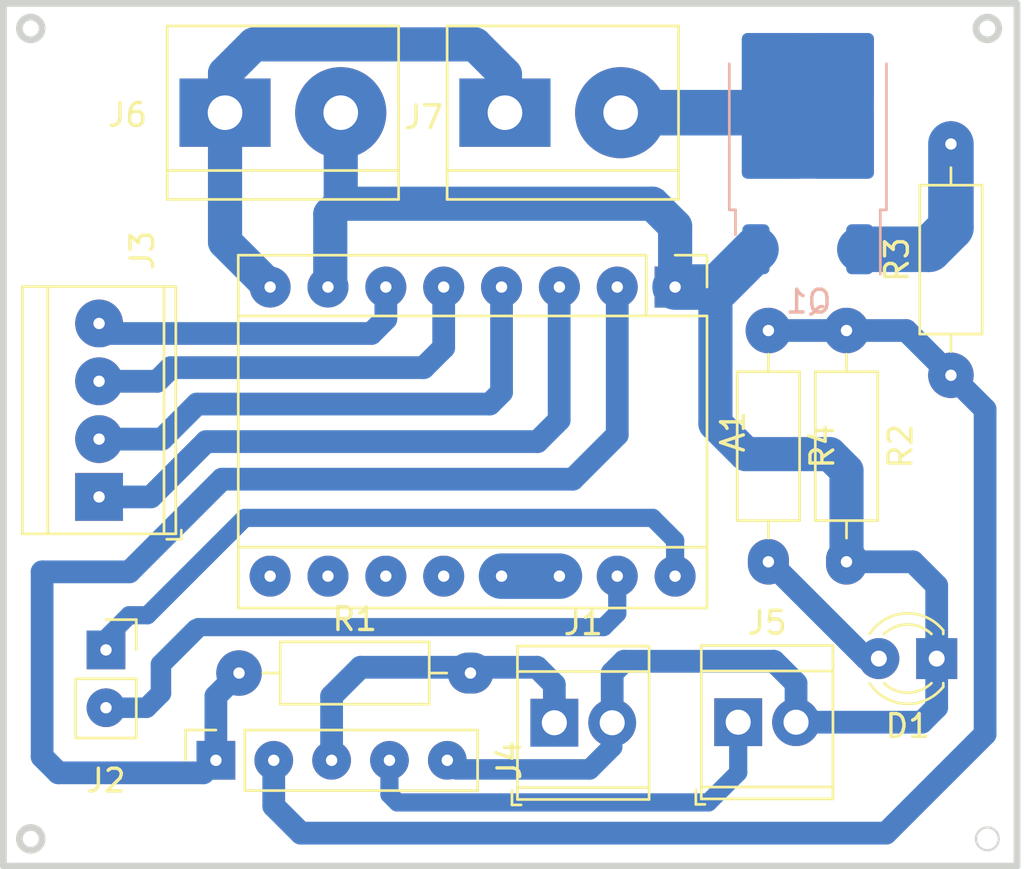
<source format=kicad_pcb>
(kicad_pcb (version 20240108) (generator "pcbnew") (generator_version "8.0")
  (layers (0 "F.Cu" signal) (31 "B.Cu" signal) (34 "B.Paste" user) (35 "F.Paste" user) (36 "B.SilkS" user "B.Silkscreen") (37 "F.SilkS" user "F.Silkscreen") (38 "B.Mask" user) (39 "F.Mask" user) (44 "Edge.Cuts" user))
  (net 0 "")
  (net 1 "GND")
  (net 2 "+5V")
  (net 3 "Net-(A1-1B)")
  (net 4 "Net-(A1-1A)")
  (net 5 "Net-(A1-2A)")
  (net 6 "Net-(A1-2B)")
  (net 7 "Net-(A1-VMOT)")
  (net 12 "Net-(A1-~{RESET})")
  (net 13 "Net-(A1-STEP)")
  (net 14 "Net-(A1-DIR)")
  (net 15 "Net-(D1-A)")
  (net 16 "Net-(J4-Pin_3)")
  (net 17 "Net-(J4-Pin_2)")
  (net 18 "Net-(J4-Pin_4)")
  (net 19 "Net-(J7-Pin_2)")
  (net 20 "Net-(Q1-G)")
  (footprint "TerminalBlock:TerminalBlock_bornier-2_P5.08mm" (layer "F.Cu") (at 41.52 22.5)
    (property "Reference" "J7" (at -3.57 0.2 0) (layer "F.SilkS"))
    (property "Value" "Heater")
    (fp_line (start -2.54 -3.81) (end -2.54 3.81) (stroke (width 0.12)) (layer "F.SilkS"))
    (fp_line (start -2.54 3.81) (end 7.62 3.81) (stroke (width 0.12)) (layer "F.SilkS"))
    (fp_line (start 7.62 -3.81) (end -2.54 -3.81) (stroke (width 0.12)) (layer "F.SilkS"))
    (fp_line (start 7.62 2.54) (end -2.54 2.54) (stroke (width 0.12)) (layer "F.SilkS"))
    (fp_line (start 7.62 3.81) (end 7.62 -3.81) (stroke (width 0.12)) (layer "F.SilkS"))
    (pad "1" thru_hole rect (at 0 0) (size 4 3) (drill 1.52) (layers "*.Cu" "*.Mask") (net 7 "Net-(A1-VMOT)"))
    (pad "2" thru_hole circle (at 5.08 0) (size 4 3) (drill 1.52) (layers "*.Cu" "*.Mask") (net 19 "Net-(J7-Pin_2)"))
  )
  (footprint "LED_THT:LED_D3.0mm" (layer "F.Cu") (at 60.475 46.482 180)
    (property "Reference" "D1" (at 1.27 -2.96 0) (layer "F.SilkS"))
    (property "Value" "LED")
    (fp_line (start -0.29 1.08) (end -0.29 1.236) (stroke (width 0.12)) (layer "F.SilkS"))
    (fp_line (start -0.29 -1.236) (end -0.29 -1.08) (stroke (width 0.12)) (layer "F.SilkS"))
    (fp_arc (start 2.942335 1.078608) (mid 1.366487 1.987659) (end -0.29 1.235516) (stroke (width 0.12)) (layer "F.SilkS"))
    (fp_arc (start 2.31113 1.079837) (mid 1.270117 1.5) (end 0.229039 1.08) (stroke (width 0.12)) (layer "F.SilkS"))
    (fp_arc (start 0.229039 -1.08) (mid 1.270117 -1.5) (end 2.31113 -1.079837) (stroke (width 0.12)) (layer "F.SilkS"))
    (fp_arc (start -0.29 -1.235516) (mid 1.366487 -1.987659) (end 2.942335 -1.078608) (stroke (width 0.12)) (layer "F.SilkS"))
    (pad "1" thru_hole rect (at 0 0 180) (size 1.8 1.8) (drill 0.7) (layers "*.Cu" "*.Mask") (net 1 "GND"))
    (pad "2" thru_hole circle (at 2.54 0 180) (size 1.8 1.8) (drill 0.7) (layers "*.Cu" "*.Mask") (net 15 "Net-(D1-A)"))
  )
  (footprint "TerminalBlock_TE-Connectivity:TerminalBlock_TE_282834-4_1x04_P2.54mm_Horizontal" (layer "F.Cu") (at 23.7 39.38 90)
    (property "Reference" "J3" (at 10.83 1.9 90) (layer "F.SilkS"))
    (property "Value" "SM1")
    (fp_line (start 9.241 -3.37) (end 9.241 3.37) (stroke (width 0.12)) (layer "F.SilkS"))
    (fp_line (start -1.62 -3.37) (end 9.241 -3.37) (stroke (width 0.12)) (layer "F.SilkS"))
    (fp_line (start -1.62 -3.37) (end -1.62 3.37) (stroke (width 0.12)) (layer "F.SilkS"))
    (fp_line (start -1.62 -2.25) (end 9.241 -2.25) (stroke (width 0.12)) (layer "F.SilkS"))
    (fp_line (start -1.62 2.85) (end 9.241 2.85) (stroke (width 0.12)) (layer "F.SilkS"))
    (fp_line (start -1.86 2.97) (end -1.86 3.61) (stroke (width 0.12)) (layer "F.SilkS"))
    (fp_line (start -1.62 3.37) (end 9.241 3.37) (stroke (width 0.12)) (layer "F.SilkS"))
    (fp_line (start -1.86 3.61) (end -1.46 3.61) (stroke (width 0.12)) (layer "F.SilkS"))
    (pad "1" thru_hole rect (at 0 0 90) (size 2.1 2.1) (drill 0.5) (layers "*.Cu" "*.Mask") (net 3 "Net-(A1-1B)"))
    (pad "2" thru_hole circle (at 2.54 0 90) (size 2.1 2.1) (drill 0.5) (layers "*.Cu" "*.Mask") (net 4 "Net-(A1-1A)"))
    (pad "3" thru_hole circle (at 5.08 0 90) (size 2.1 2.1) (drill 0.5) (layers "*.Cu" "*.Mask") (net 5 "Net-(A1-2A)"))
    (pad "4" thru_hole circle (at 7.62 0 90) (size 2.1 2.1) (drill 0.5) (layers "*.Cu" "*.Mask") (net 6 "Net-(A1-2B)"))
  )
  (footprint "TerminalBlock_TE-Connectivity:TerminalBlock_TE_282834-2_1x02_P2.54mm_Horizontal" (layer "F.Cu") (at 43.688 49.3)
    (property "Reference" "J1" (at 1.27 -4.37 0) (layer "F.SilkS"))
    (property "Value" "NTC")
    (fp_line (start -1.86 2.97) (end -1.86 3.61) (stroke (width 0.12)) (layer "F.SilkS"))
    (fp_line (start -1.86 3.61) (end -1.46 3.61) (stroke (width 0.12)) (layer "F.SilkS"))
    (fp_line (start -1.62 -3.37) (end -1.62 3.37) (stroke (width 0.12)) (layer "F.SilkS"))
    (fp_line (start -1.62 -3.37) (end 4.16 -3.37) (stroke (width 0.12)) (layer "F.SilkS"))
    (fp_line (start -1.62 -2.25) (end 4.16 -2.25) (stroke (width 0.12)) (layer "F.SilkS"))
    (fp_line (start -1.62 2.85) (end 4.16 2.85) (stroke (width 0.12)) (layer "F.SilkS"))
    (fp_line (start -1.62 3.37) (end 4.16 3.37) (stroke (width 0.12)) (layer "F.SilkS"))
    (fp_line (start 4.16 -3.37) (end 4.16 3.37) (stroke (width 0.12)) (layer "F.SilkS"))
    (pad "1" thru_hole rect (at 0 0) (size 2.1 2.1) (drill 1.1) (layers "*.Cu" "*.Mask") (net 16 "Net-(J4-Pin_3)"))
    (pad "2" thru_hole circle (at 2.54 0) (size 2.1 2.1) (drill 1.1) (layers "*.Cu" "*.Mask") (net 1 "GND"))
  )
  (footprint "Connector_PinSocket_2.54mm:PinSocket_1x05_P2.54mm_Vertical" (layer "F.Cu") (at 28.829 50.95 90)
    (property "Reference" "J4" (at 0 12.88 90) (layer "F.SilkS"))
    (property "Value" "LCD KeyPad")
    (fp_line (start 1.33 -1.33) (end 1.33 0) (stroke (width 0.12)) (layer "F.SilkS"))
    (fp_line (start 0 -1.33) (end 1.33 -1.33) (stroke (width 0.12)) (layer "F.SilkS"))
    (fp_line (start 1.33 1.27) (end 1.33 11.49) (stroke (width 0.12)) (layer "F.SilkS"))
    (fp_line (start -1.33 1.27) (end 1.33 1.27) (stroke (width 0.12)) (layer "F.SilkS"))
    (fp_line (start -1.33 1.27) (end -1.33 11.49) (stroke (width 0.12)) (layer "F.SilkS"))
    (fp_line (start -1.33 11.49) (end 1.33 11.49) (stroke (width 0.12)) (layer "F.SilkS"))
    (pad "1" thru_hole rect (at 0 0 90) (size 1.7 1.7) (drill 0.5) (layers "*.Cu" "*.Mask") (net 2 "+5V"))
    (pad "2" thru_hole oval (at 0 2.54 90) (size 1.7 1.7) (drill 0.5) (layers "*.Cu" "*.Mask") (net 17 "Net-(J4-Pin_2)"))
    (pad "3" thru_hole oval (at 0 5.08 90) (size 1.7 1.7) (drill 0.5) (layers "*.Cu" "*.Mask") (net 16 "Net-(J4-Pin_3)"))
    (pad "4" thru_hole oval (at 0 7.62 90) (size 1.7 1.7) (drill 0.5) (layers "*.Cu" "*.Mask") (net 18 "Net-(J4-Pin_4)"))
    (pad "5" thru_hole oval (at 0 10.16 90) (size 1.7 1.7) (drill 0.5) (layers "*.Cu" "*.Mask") (net 1 "GND"))
  )
  (footprint "TerminalBlock_TE-Connectivity:TerminalBlock_TE_282834-2_1x02_P2.54mm_Horizontal" (layer "F.Cu") (at 51.76 49.276)
    (property "Reference" "J5" (at 1.27 -4.37 0) (layer "F.SilkS"))
    (property "Value" "ES1")
    (fp_line (start -1.86 2.97) (end -1.86 3.61) (stroke (width 0.12)) (layer "F.SilkS"))
    (fp_line (start -1.86 3.61) (end -1.46 3.61) (stroke (width 0.12)) (layer "F.SilkS"))
    (fp_line (start -1.62 -3.37) (end -1.62 3.37) (stroke (width 0.12)) (layer "F.SilkS"))
    (fp_line (start -1.62 -3.37) (end 4.16 -3.37) (stroke (width 0.12)) (layer "F.SilkS"))
    (fp_line (start -1.62 -2.25) (end 4.16 -2.25) (stroke (width 0.12)) (layer "F.SilkS"))
    (fp_line (start -1.62 2.85) (end 4.16 2.85) (stroke (width 0.12)) (layer "F.SilkS"))
    (fp_line (start -1.62 3.37) (end 4.16 3.37) (stroke (width 0.12)) (layer "F.SilkS"))
    (fp_line (start 4.16 -3.37) (end 4.16 3.37) (stroke (width 0.12)) (layer "F.SilkS"))
    (pad "1" thru_hole rect (at 0 0) (size 2.1 2.1) (drill 1.1) (layers "*.Cu" "*.Mask") (net 18 "Net-(J4-Pin_4)"))
    (pad "2" thru_hole circle (at 2.54 0) (size 2.1 2.1) (drill 1.1) (layers "*.Cu" "*.Mask") (net 1 "GND"))
  )
  (footprint "Resistor_THT:R_Axial_DIN0207_L6.3mm_D2.5mm_P10.16mm_Horizontal" (layer "F.Cu") (at 56.515 32.07 -90)
    (property "Reference" "R2" (at 5.08 -2.37 90) (layer "F.SilkS"))
    (property "Value" "10K")
    (fp_line (start 1.81 1.37) (end 8.35 1.37) (stroke (width 0.12)) (layer "F.SilkS"))
    (fp_line (start 8.35 1.37) (end 8.35 -1.37) (stroke (width 0.12)) (layer "F.SilkS"))
    (fp_line (start 1.04 0) (end 1.81 0) (stroke (width 0.12)) (layer "F.SilkS"))
    (fp_line (start 9.12 0) (end 8.35 0) (stroke (width 0.12)) (layer "F.SilkS"))
    (fp_line (start 1.81 -1.37) (end 1.81 1.37) (stroke (width 0.12)) (layer "F.SilkS"))
    (fp_line (start 8.35 -1.37) (end 1.81 -1.37) (stroke (width 0.12)) (layer "F.SilkS"))
    (pad "1" thru_hole circle (at 0 0 270) (size 2 1.6) (drill 0.5) (layers "*.Cu" "*.Mask") (net 17 "Net-(J4-Pin_2)"))
    (pad "2" thru_hole oval (at 10.16 0 270) (size 2 1.8) (drill 0.5) (layers "*.Cu" "*.Mask") (net 1 "GND"))
  )
  (footprint "Resistor_THT:R_Axial_DIN0207_L6.3mm_D2.5mm_P10.16mm_Horizontal" (layer "F.Cu") (at 61.1 34.036 90)
    (property "Reference" "R3" (at 5.08 -2.37 90) (layer "F.SilkS"))
    (property "Value" "220 Om")
    (fp_line (start 8.35 -1.37) (end 1.81 -1.37) (stroke (width 0.12)) (layer "F.SilkS"))
    (fp_line (start 1.81 -1.37) (end 1.81 1.37) (stroke (width 0.12)) (layer "F.SilkS"))
    (fp_line (start 9.12 0) (end 8.35 0) (stroke (width 0.12)) (layer "F.SilkS"))
    (fp_line (start 1.04 0) (end 1.81 0) (stroke (width 0.12)) (layer "F.SilkS"))
    (fp_line (start 8.35 1.37) (end 8.35 -1.37) (stroke (width 0.12)) (layer "F.SilkS"))
    (fp_line (start 1.81 1.37) (end 8.35 1.37) (stroke (width 0.12)) (layer "F.SilkS"))
    (pad "1" thru_hole circle (at 0 0 90) (size 2 1.6) (drill 0.5) (layers "*.Cu" "*.Mask") (net 17 "Net-(J4-Pin_2)"))
    (pad "2" thru_hole oval (at 10.16 0 90) (size 2 1.8) (drill 0.5) (layers "*.Cu" "*.Mask") (net 20 "Net-(Q1-G)"))
  )
  (footprint "Connector_PinSocket_2.54mm:PinSocket_1x02_P2.54mm_Vertical" (layer "F.Cu") (at 24.003 46.101)
    (property "Reference" "J2" (at 0 5.74 0) (layer "F.SilkS"))
    (property "Value" "MotoDrv")
    (fp_line (start -1.33 1.27) (end -1.33 3.87) (stroke (width 0.12)) (layer "F.SilkS"))
    (fp_line (start -1.33 1.27) (end 1.33 1.27) (stroke (width 0.12)) (layer "F.SilkS"))
    (fp_line (start -1.33 3.87) (end 1.33 3.87) (stroke (width 0.12)) (layer "F.SilkS"))
    (fp_line (start 0 -1.33) (end 1.33 -1.33) (stroke (width 0.12)) (layer "F.SilkS"))
    (fp_line (start 1.33 -1.33) (end 1.33 0) (stroke (width 0.12)) (layer "F.SilkS"))
    (fp_line (start 1.33 1.27) (end 1.33 3.87) (stroke (width 0.12)) (layer "F.SilkS"))
    (pad "1" thru_hole rect (at 0 0) (size 1.7 1.7) (drill 0.5) (layers "*.Cu" "*.Mask") (net 14 "Net-(A1-DIR)"))
    (pad "2" thru_hole oval (at 0 2.54) (size 1.7 1.7) (drill 0.5) (layers "*.Cu" "*.Mask") (net 13 "Net-(A1-STEP)"))
  )
  (footprint "Resistor_THT:R_Axial_DIN0207_L6.3mm_D2.5mm_P10.16mm_Horizontal" (layer "F.Cu") (at 53.086 32.07 -90)
    (property "Reference" "R4" (at 5.08 -2.37 90) (layer "F.SilkS"))
    (property "Value" "1K")
    (fp_line (start 1.81 1.37) (end 8.35 1.37) (stroke (width 0.12)) (layer "F.SilkS"))
    (fp_line (start 8.35 1.37) (end 8.35 -1.37) (stroke (width 0.12)) (layer "F.SilkS"))
    (fp_line (start 1.04 0) (end 1.81 0) (stroke (width 0.12)) (layer "F.SilkS"))
    (fp_line (start 9.12 0) (end 8.35 0) (stroke (width 0.12)) (layer "F.SilkS"))
    (fp_line (start 1.81 -1.37) (end 1.81 1.37) (stroke (width 0.12)) (layer "F.SilkS"))
    (fp_line (start 8.35 -1.37) (end 1.81 -1.37) (stroke (width 0.12)) (layer "F.SilkS"))
    (pad "1" thru_hole circle (at 0 0 270) (size 2 1.6) (drill 0.5) (layers "*.Cu" "*.Mask") (net 17 "Net-(J4-Pin_2)"))
    (pad "2" thru_hole oval (at 10.16 0 270) (size 2 1.8) (drill 0.5) (layers "*.Cu" "*.Mask") (net 15 "Net-(D1-A)"))
  )
  (footprint "Resistor_THT:R_Axial_DIN0207_L6.3mm_D2.5mm_P10.16mm_Horizontal" (layer "F.Cu") (at 29.845 47.117)
    (property "Reference" "R1" (at 5.08 -2.37 0) (layer "F.SilkS"))
    (property "Value" "101K")
    (fp_line (start 1.04 0) (end 1.81 0) (stroke (width 0.12)) (layer "F.SilkS"))
    (fp_line (start 1.81 -1.37) (end 1.81 1.37) (stroke (width 0.12)) (layer "F.SilkS"))
    (fp_line (start 1.81 1.37) (end 8.35 1.37) (stroke (width 0.12)) (layer "F.SilkS"))
    (fp_line (start 8.35 -1.37) (end 1.81 -1.37) (stroke (width 0.12)) (layer "F.SilkS"))
    (fp_line (start 8.35 1.37) (end 8.35 -1.37) (stroke (width 0.12)) (layer "F.SilkS"))
    (fp_line (start 9.12 0) (end 8.35 0) (stroke (width 0.12)) (layer "F.SilkS"))
    (pad "1" thru_hole circle (at 0 0) (size 2 1.6) (drill 0.5) (layers "*.Cu" "*.Mask") (net 2 "+5V"))
    (pad "2" thru_hole oval (at 10.16 0) (size 2 1.8) (drill 0.5) (layers "*.Cu" "*.Mask") (net 16 "Net-(J4-Pin_3)"))
  )
  (footprint "TerminalBlock:TerminalBlock_bornier-2_P5.08mm" (layer "F.Cu") (at 29.23 22.5)
    (property "Reference" "J6" (at -4.28 0.1 0) (layer "F.SilkS"))
    (property "Value" "DC12V")
    (fp_line (start -2.54 -3.81) (end -2.54 3.81) (stroke (width 0.12)) (layer "F.SilkS"))
    (fp_line (start -2.54 3.81) (end 7.62 3.81) (stroke (width 0.12)) (layer "F.SilkS"))
    (fp_line (start 7.62 -3.81) (end -2.54 -3.81) (stroke (width 0.12)) (layer "F.SilkS"))
    (fp_line (start 7.62 2.54) (end -2.54 2.54) (stroke (width 0.12)) (layer "F.SilkS"))
    (fp_line (start 7.62 3.81) (end 7.62 -3.81) (stroke (width 0.12)) (layer "F.SilkS"))
    (pad "1" thru_hole rect (at 0 0) (size 4 3) (drill 1.52) (layers "*.Cu" "*.Mask") (net 7 "Net-(A1-VMOT)"))
    (pad "2" thru_hole circle (at 5.08 0) (size 4 3) (drill 1.52) (layers "*.Cu" "*.Mask") (net 1 "GND"))
  )
  (footprint "Module:Pololu_Breakout-16_15.2x20.3mm" (layer "F.Cu") (at 48.99 30.16 -90)
    (property "Reference" "A1" (at 6.35 -2.54 90) (layer "F.SilkS"))
    (property "Value" "A4988")
    (fp_line (start -1.4 19.18) (end 14.1 19.18) (stroke (width 0.12)) (layer "F.SilkS"))
    (fp_line (start 14.1 19.18) (end 14.1 -1.4) (stroke (width 0.12)) (layer "F.SilkS"))
    (fp_line (start -1.4 1.27) (end -1.4 19.18) (stroke (width 0.12)) (layer "F.SilkS"))
    (fp_line (start 1.27 1.27) (end 1.27 19.18) (stroke (width 0.12)) (layer "F.SilkS"))
    (fp_line (start 1.27 1.27) (end -1.4 1.27) (stroke (width 0.12)) (layer "F.SilkS"))
    (fp_line (start -1.4 -1.4) (end -1.4 0) (stroke (width 0.12)) (layer "F.SilkS"))
    (fp_line (start 0 -1.4) (end -1.4 -1.4) (stroke (width 0.12)) (layer "F.SilkS"))
    (fp_line (start 1.27 -1.4) (end 1.27 1.27) (stroke (width 0.12)) (layer "F.SilkS"))
    (fp_line (start 11.43 -1.4) (end 11.43 19.18) (stroke (width 0.12)) (layer "F.SilkS"))
    (fp_line (start 14.1 -1.4) (end 1.27 -1.4) (stroke (width 0.12)) (layer "F.SilkS"))
    (pad "1" thru_hole rect (at 0 0 270) (size 1.8 1.8) (drill 0.5) (layers "*.Cu" "*.Mask") (net 1 "GND"))
    (pad "2" thru_hole oval (at 0 2.54 270) (size 1.8 1.8) (drill 0.5) (layers "*.Cu" "*.Mask") (net 2 "+5V"))
    (pad "3" thru_hole oval (at 0 5.08 270) (size 1.8 1.8) (drill 0.5) (layers "*.Cu" "*.Mask") (net 3 "Net-(A1-1B)"))
    (pad "4" thru_hole oval (at 0 7.62 270) (size 1.8 1.8) (drill 0.5) (layers "*.Cu" "*.Mask") (net 4 "Net-(A1-1A)"))
    (pad "5" thru_hole oval (at 0 10.16 270) (size 1.8 1.8) (drill 0.5) (layers "*.Cu" "*.Mask") (net 5 "Net-(A1-2A)"))
    (pad "6" thru_hole oval (at 0 12.7 270) (size 1.8 1.8) (drill 0.5) (layers "*.Cu" "*.Mask") (net 6 "Net-(A1-2B)"))
    (pad "7" thru_hole oval (at 0 15.24 270) (size 1.8 1.8) (drill 0.5) (layers "*.Cu" "*.Mask") (net 1 "GND"))
    (pad "8" thru_hole oval (at 0 17.78 270) (size 1.8 1.8) (drill 0.5) (layers "*.Cu" "*.Mask") (net 7 "Net-(A1-VMOT)"))
    (pad "9" thru_hole oval (at 12.7 17.78 270) (size 1.8 1.8) (drill 0.5) (layers "*.Cu" "*.Mask"))
    (pad "10" thru_hole oval (at 12.7 15.24 270) (size 1.8 1.8) (drill 0.5) (layers "*.Cu" "*.Mask"))
    (pad "11" thru_hole oval (at 12.7 12.7 270) (size 1.8 1.8) (drill 0.5) (layers "*.Cu" "*.Mask"))
    (pad "12" thru_hole oval (at 12.7 10.16 270) (size 1.8 1.8) (drill 0.5) (layers "*.Cu" "*.Mask"))
    (pad "13" thru_hole oval (at 12.7 7.62 270) (size 1.8 1.8) (drill 0.5) (layers "*.Cu" "*.Mask") (net 12 "Net-(A1-~{RESET})"))
    (pad "14" thru_hole oval (at 12.7 5.08 270) (size 1.8 1.8) (drill 0.5) (layers "*.Cu" "*.Mask") (net 12 "Net-(A1-~{RESET})"))
    (pad "15" thru_hole oval (at 12.7 2.54 270) (size 1.8 1.8) (drill 0.5) (layers "*.Cu" "*.Mask") (net 13 "Net-(A1-STEP)"))
    (pad "16" thru_hole oval (at 12.7 0 270) (size 1.8 1.8) (drill 0.5) (layers "*.Cu" "*.Mask") (net 14 "Net-(A1-DIR)"))
  )
  (footprint "Package_TO_SOT_SMD:TO-252-2" (layer "B.Cu") (at 54.82 23.46 90)
    (property "Reference" "Q1" (at -7.34 0.03 0) (layer "B.SilkS") (effects (justify mirror)))
    (property "Value" "IRLR2905")
    (fp_line (start 3.11 -3.45) (end -3.31 -3.45) (stroke (width 0.12)) (layer "B.SilkS"))
    (fp_line (start -3.31 -3.45) (end -3.31 -3.18) (stroke (width 0.12)) (layer "B.SilkS"))
    (fp_line (start -3.31 -3.18) (end -4.41 -3.18) (stroke (width 0.12)) (layer "B.SilkS"))
    (fp_line (start -3.31 3.18) (end -6.14 3.18) (stroke (width 0.12)) (layer "B.SilkS"))
    (fp_line (start 3.11 3.45) (end -3.31 3.45) (stroke (width 0.12)) (layer "B.SilkS"))
    (fp_line (start -3.31 3.45) (end -3.31 3.18) (stroke (width 0.12)) (layer "B.SilkS"))
    (pad "1" smd roundrect (at -5.04 2.28 90) (size 2.2 1.2) (layers "B.Cu" "B.Paste" "B.Mask") (roundrect_rratio 0.208333) (net 20 "Net-(Q1-G)"))
    (pad "2" smd roundrect (at -0.415 -1.525 90) (size 3.05 2.75) (layers "B.Cu" "B.Paste") (roundrect_rratio 0.090909) (net 19 "Net-(J7-Pin_2)"))
    (pad "2" smd roundrect (at -0.415 1.525 90) (size 3.05 2.75) (layers "B.Cu" "B.Paste") (roundrect_rratio 0.090909) (net 19 "Net-(J7-Pin_2)"))
    (pad "2" smd roundrect (at 1.26 0 90) (size 6.4 5.8) (layers "B.Cu" "B.Mask") (roundrect_rratio 0.043103) (net 19 "Net-(J7-Pin_2)"))
    (pad "2" smd roundrect (at 2.935 -1.525 90) (size 3.05 2.75) (layers "B.Cu" "B.Paste") (roundrect_rratio 0.090909) (net 19 "Net-(J7-Pin_2)"))
    (pad "2" smd roundrect (at 2.935 1.525 90) (size 3.05 2.75) (layers "B.Cu" "B.Paste") (roundrect_rratio 0.090909) (net 19 "Net-(J7-Pin_2)"))
    (pad "3" smd roundrect (at -5.04 -2.28 90) (size 2.2 1.2) (layers "B.Cu" "B.Paste" "B.Mask") (roundrect_rratio 0.208333) (net 1 "GND"))
  )
  (gr_circle (center 62.7 54.4) (end 63.2 54.4) (stroke (width 0.1)) (fill none) (layer "Edge.Cuts"))
  (gr_circle (center 20.7 18.8) (end 21.2 18.8) (stroke (width 0.3)) (fill none) (layer "Edge.Cuts"))
  (gr_circle (center 62.7 18.8) (end 63.2 18.8) (stroke (width 0.3)) (fill none) (layer "Edge.Cuts"))
  (gr_rect (start 19.5 17.7) (end 64 55.6) (stroke (width 0.3)) (fill none) (layer "Edge.Cuts"))
  (gr_circle (center 20.7 54.4) (end 21.2 54.4) (stroke (width 0.3)) (fill none) (layer "Edge.Cuts"))
  (segment (start 60.475 46.482) (end 60.475 48.625) (width 1) (layer "B.Cu") (net 1))
  (segment (start 56.515 42.23) (end 56.515 38.227) (width 1.5) (layer "B.Cu") (net 1))
  (segment (start 48 26.5) (end 34.31 26.5) (width 1.5) (layer "B.Cu") (net 1))
  (segment (start 33.85 30.06) (end 33.75 30.16) (width 1) (layer "B.Cu") (net 1))
  (segment (start 46.228 47.117) (end 46.228 49.3) (width 1) (layer "B.Cu") (net 1))
  (segment (start 60.475 48.625) (end 59.824 49.276) (width 1) (layer "B.Cu") (net 1))
  (segment (start 48.99 30.16) (end 48.99 27.49) (width 1.5) (layer "B.Cu") (net 1))
  (segment (start 45.238 51.35) (end 39.389 51.35) (width 0.9) (layer "B.Cu") (net 1))
  (segment (start 60.475 46.482) (end 60.475 43.275) (width 1) (layer "B.Cu") (net 1))
  (segment (start 50.88 30.16) (end 52.54 28.5) (width 2) (layer "B.Cu") (net 1))
  (segment (start 52.1 37.5) (end 50.76 36.16) (width 1.5) (layer "B.Cu") (net 1))
  (segment (start 60.475 43.275) (end 59.43 42.23) (width 1) (layer "B.Cu") (net 1))
  (segment (start 59.43 42.23) (end 56.515 42.23) (width 1) (layer "B.Cu") (net 1))
  (segment (start 54.3 47.569) (end 53.331 46.6) (width 1) (layer "B.Cu") (net 1))
  (segment (start 46.228 49.3) (end 46.228 50.36) (width 0.9) (layer "B.Cu") (net 1))
  (segment (start 50.76 36.16) (end 50.76 30.16) (width 1.5) (layer "B.Cu") (net 1))
  (segment (start 59.824 49.276) (end 54.3 49.276) (width 1) (layer "B.Cu") (net 1))
  (segment (start 34.31 22.5) (end 34.31 26.5) (width 1.5) (layer "B.Cu") (net 1))
  (segment (start 48.99 27.49) (end 48 26.5) (width 1.5) (layer "B.Cu") (net 1))
  (segment (start 46.745 46.6) (end 46.228 47.117) (width 1) (layer "B.Cu") (net 1))
  (segment (start 46.228 50.36) (end 45.238 51.35) (width 0.9) (layer "B.Cu") (net 1))
  (segment (start 55.788 37.5) (end 52.1 37.5) (width 1.5) (layer "B.Cu") (net 1))
  (segment (start 56.515 38.227) (end 55.788 37.5) (width 1.5) (layer "B.Cu") (net 1))
  (segment (start 34.31 26.5) (end 33.85 26.96) (width 1.5) (layer "B.Cu") (net 1))
  (segment (start 48.99 30.16) (end 50.76 30.16) (width 2) (layer "B.Cu") (net 1))
  (segment (start 54.3 49.276) (end 54.3 47.569) (width 1) (layer "B.Cu") (net 1))
  (segment (start 53.331 46.6) (end 46.745 46.6) (width 1) (layer "B.Cu") (net 1))
  (segment (start 50.76 30.16) (end 50.88 30.16) (width 1) (layer "B.Cu") (net 1))
  (segment (start 33.85 26.96) (end 33.85 30.06) (width 1.5) (layer "B.Cu") (net 1))
  (segment (start 39.389 51.35) (end 38.989 50.95) (width 0.9) (layer "B.Cu") (net 1))
  (segment (start 21.909 51.5) (end 21.2 50.791) (width 1) (layer "B.Cu") (net 2))
  (segment (start 21.2 50.791) (end 21.2 42.672) (width 1) (layer "B.Cu") (net 2))
  (segment (start 21.2 42.672) (end 25.028 42.672) (width 1) (layer "B.Cu") (net 2))
  (segment (start 29.1 38.6) (end 44.5 38.6) (width 1) (layer "B.Cu") (net 2))
  (segment (start 28.279 51.5) (end 21.909 51.5) (width 1) (layer "B.Cu") (net 2))
  (segment (start 46.45 36.65) (end 46.45 30.16) (width 1) (layer "B.Cu") (net 2))
  (segment (start 44.5 38.6) (end 46.45 36.65) (width 1) (layer "B.Cu") (net 2))
  (segment (start 25.028 42.672) (end 29.1 38.6) (width 1) (layer "B.Cu") (net 2))
  (segment (start 29.845 47.117) (end 28.829 48.133) (width 1) (layer "B.Cu") (net 2))
  (segment (start 28.829 50.95) (end 28.279 51.5) (width 1) (layer "B.Cu") (net 2))
  (segment (start 28.829 48.133) (end 28.829 50.95) (width 1) (layer "B.Cu") (net 2))
  (segment (start 25.97 39.38) (end 28.4 36.95) (width 1) (layer "B.Cu") (net 3))
  (segment (start 28.4 36.95) (end 42.95 36.95) (width 1) (layer "B.Cu") (net 3))
  (segment (start 23.7 39.38) (end 25.97 39.38) (width 1) (layer "B.Cu") (net 3))
  (segment (start 42.95 36.95) (end 43.9 36) (width 1) (layer "B.Cu") (net 3))
  (segment (start 43.9 36) (end 43.9 30.17) (width 1) (layer "B.Cu") (net 3))
  (segment (start 43.9 30.17) (end 43.91 30.16) (width 0.8) (layer "B.Cu") (net 3))
  (segment (start 41.37 34.78) (end 40.85 35.3) (width 1) (layer "B.Cu") (net 4))
  (segment (start 26.46 36.84) (end 23.7 36.84) (width 1) (layer "B.Cu") (net 4))
  (segment (start 40.85 35.3) (end 28 35.3) (width 1) (layer "B.Cu") (net 4))
  (segment (start 28 35.3) (end 26.46 36.84) (width 1) (layer "B.Cu") (net 4))
  (segment (start 41.37 30.16) (end 41.37 34.78) (width 1) (layer "B.Cu") (net 4))
  (segment (start 38.83 30.16) (end 38.83 32.82) (width 1) (layer "B.Cu") (net 5))
  (segment (start 26.85 33.7) (end 26.25 34.3) (width 1) (layer "B.Cu") (net 5))
  (segment (start 37.95 33.7) (end 26.85 33.7) (width 1) (layer "B.Cu") (net 5))
  (segment (start 26.25 34.3) (end 23.7 34.3) (width 1) (layer "B.Cu") (net 5))
  (segment (start 38.83 32.82) (end 37.95 33.7) (width 1) (layer "B.Cu") (net 5))
  (segment (start 24.14 32.2) (end 23.7 31.76) (width 0.8) (layer "B.Cu") (net 6))
  (segment (start 36.29 31.56) (end 35.65 32.2) (width 1) (layer "B.Cu") (net 6))
  (segment (start 35.65 32.2) (end 24.14 32.2) (width 1) (layer "B.Cu") (net 6))
  (segment (start 36.29 30.16) (end 36.29 31.56) (width 1) (layer "B.Cu") (net 6))
  (segment (start 30.5 19.5) (end 29.23 20.77) (width 1.5) (layer "B.Cu") (net 7))
  (segment (start 41.52 20.82) (end 40.2 19.5) (width 1.5) (layer "B.Cu") (net 7))
  (segment (start 29.23 22.5) (end 29.23 28.18) (width 1.5) (layer "B.Cu") (net 7))
  (segment (start 29.23 28.18) (end 31.21 30.16) (width 1.5) (layer "B.Cu") (net 7))
  (segment (start 29.23 20.77) (end 29.23 22.5) (width 1.5) (layer "B.Cu") (net 7))
  (segment (start 41.52 22.5) (end 41.52 20.82) (width 1.5) (layer "B.Cu") (net 7))
  (segment (start 40.2 19.5) (end 30.5 19.5) (width 1.5) (layer "B.Cu") (net 7))
  (segment (start 41.37 42.86) (end 43.91 42.86) (width 2) (layer "B.Cu") (net 12))
  (segment (start 26.416 46.736) (end 26.416 48.006) (width 0.9) (layer "B.Cu") (net 13))
  (segment (start 26.416 48.006) (end 25.781 48.641) (width 0.9) (layer "B.Cu") (net 13))
  (segment (start 25.781 48.641) (end 24.003 48.641) (width 0.9) (layer "B.Cu") (net 13))
  (segment (start 27.952 45.2) (end 28.052 45.1) (width 0.8) (layer "B.Cu") (net 13))
  (segment (start 28.052 45.1) (end 45.85 45.1) (width 0.8) (layer "B.Cu") (net 13))
  (segment (start 45.85 45.1) (end 46.45 44.5) (width 0.8) (layer "B.Cu") (net 13))
  (segment (start 27.952 45.2) (end 26.416 46.736) (width 0.9) (layer "B.Cu") (net 13))
  (segment (start 46.45 44.5) (end 46.45 42.86) (width 0.8) (layer "B.Cu") (net 13))
  (segment (start 25.823 44.577) (end 30.1 40.3) (width 0.8) (layer "B.Cu") (net 14))
  (segment (start 25.023 44.577) (end 25.823 44.577) (width 0.8) (layer "B.Cu") (net 14))
  (segment (start 24.003 46.101) (end 24.003 45.597) (width 0.8) (layer "B.Cu") (net 14))
  (segment (start 48.99 41.29) (end 48.99 42.86) (width 0.8) (layer "B.Cu") (net 14))
  (segment (start 48 40.3) (end 48.99 41.29) (width 0.8) (layer "B.Cu") (net 14))
  (segment (start 24.003 45.597) (end 25.023 44.577) (width 0.8) (layer "B.Cu") (net 14))
  (segment (start 30.1 40.3) (end 48 40.3) (width 0.8) (layer "B.Cu") (net 14))
  (segment (start 57.382 46.482) (end 53.13 42.23) (width 1) (layer "B.Cu") (net 15))
  (segment (start 57.536 46.482) (end 57.382 46.482) (width 1) (layer "B.Cu") (net 15))
  (segment (start 53.13 42.23) (end 53.086 42.23) (width 1) (layer "B.Cu") (net 15))
  (segment (start 33.909 48.133) (end 35.179 46.863) (width 1) (layer "B.Cu") (net 16))
  (segment (start 33.909 50.95) (end 33.909 48.133) (width 1) (layer "B.Cu") (net 16))
  (segment (start 35.179 46.863) (end 42.926 46.863) (width 1) (layer "B.Cu") (net 16))
  (segment (start 42.926 46.863) (end 43.688 47.625) (width 1) (layer "B.Cu") (net 16))
  (segment (start 43.688 47.625) (end 43.688 49.3) (width 1) (layer "B.Cu") (net 16))
  (segment (start 62.6 49.8) (end 58.25 54.15) (width 1) (layer "B.Cu") (net 17))
  (segment (start 58.25 54.15) (end 32.56 54.15) (width 1) (layer "B.Cu") (net 17))
  (segment (start 59.134 32.07) (end 53.086 32.07) (width 1) (layer "B.Cu") (net 17))
  (segment (start 32.56 54.15) (end 31.369 52.959) (width 1) (layer "B.Cu") (net 17))
  (segment (start 61.1 34.036) (end 59.134 32.07) (width 1) (layer "B.Cu") (net 17))
  (segment (start 62.6 35.536) (end 62.6 49.8) (width 1) (layer "B.Cu") (net 17))
  (segment (start 31.369 52.959) (end 31.369 50.95) (width 1) (layer "B.Cu") (net 17))
  (segment (start 61.1 34.036) (end 62.6 35.536) (width 1) (layer "B.Cu") (net 17))
  (segment (start 51.76 49.276) (end 51.76 51.491) (width 0.8) (layer "B.Cu") (net 18))
  (segment (start 51.76 51.491) (end 50.451 52.8) (width 0.8) (layer "B.Cu") (net 18))
  (segment (start 36.449 52.451) (end 36.449 50.95) (width 0.8) (layer "B.Cu") (net 18))
  (segment (start 50.451 52.8) (end 36.798 52.8) (width 0.8) (layer "B.Cu") (net 18))
  (segment (start 36.798 52.8) (end 36.449 52.451) (width 0.8) (layer "B.Cu") (net 18))
  (segment (start 56.01 22.5) (end 56.325 22.815) (width 0.5) (layer "B.Cu") (net 19))
  (segment (start 46.6 22.5) (end 56.01 22.5) (width 2) (layer "B.Cu") (net 19))
  (segment (start 60.146 28.5) (end 61.1 27.546) (width 2) (layer "B.Cu") (net 20))
  (segment (start 57.1 28.5) (end 60.146 28.5) (width 2) (layer "B.Cu") (net 20))
  (segment (start 61.1 27.546) (end 61.1 23.876) (width 2) (layer "B.Cu") (net 20))
)
</source>
